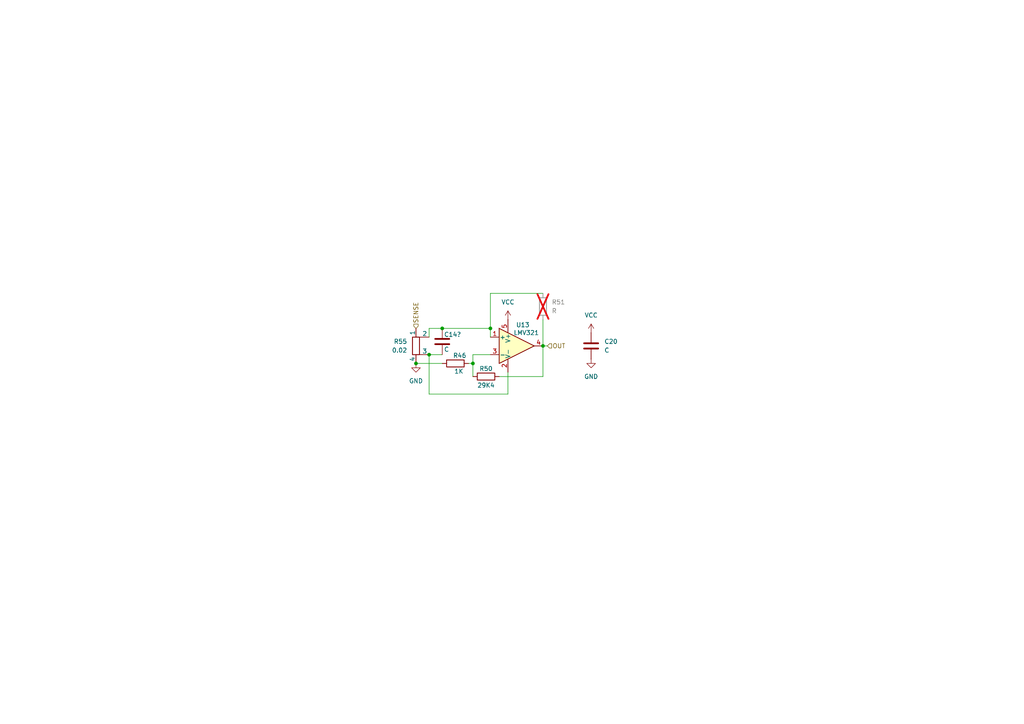
<source format=kicad_sch>
(kicad_sch (version 20250114) (generator "eeschema") (generator_version "9.0")
  (paper "A4")
  (lib_symbols
    (symbol "Amplifier_Operational:LMV321" (pin_names (offset 0.127))
      (property "Reference" "U" (at 0 5.08 0))
      (property "Value" "LMV321" (at 0 -5.08 0))
      (symbol "LMV321_0_1"
        (polyline (pts (xy -5.08 5.08) (xy 5.08 0) (xy -5.08 -5.08) (xy -5.08 5.08)) (stroke (width 0.254)) (fill (type background)))
        (pin power_in line (at -2.54 7.62 270) (length 3.81) (name "V+") (number "5"))
        (pin power_in line (at -2.54 -7.62 90) (length 3.81) (name "V-") (number "2"))
      )
      (symbol "LMV321_1_1"
        (pin input line (at -7.62 2.54 0) (length 2.54) (name "+") (number "1"))
        (pin input line (at -7.62 -2.54 0) (length 2.54) (name "-") (number "3"))
        (pin output line (at 7.62 0 180) (length 2.54) (name "~") (number "4"))
      )
    )
    (symbol "Device:C" (pin_numbers (hide yes)) (pin_names (offset 0.254))
      (property "Reference" "C" (at 0.635 2.54 0))
      (property "Value" "C" (at 0.635 -2.54 0))
      (symbol "C_0_1"
        (polyline (pts (xy -2.032 0.762) (xy 2.032 0.762)) (stroke (width 0.508)))
        (polyline (pts (xy -2.032 -0.762) (xy 2.032 -0.762)) (stroke (width 0.508)))
      )
      (symbol "C_1_1"
        (pin passive line (at 0 3.81 270) (length 2.794) (name "~") (number "1"))
        (pin passive line (at 0 -3.81 90) (length 2.794) (name "~") (number "2"))
      )
    )
    (symbol "Device:R" (pin_numbers (hide yes)) (pin_names (offset 0))
      (property "Reference" "R" (at 2.032 0 90))
      (property "Value" "R" (at 0 0 90))
      (symbol "R_0_1"
        (rectangle (start -1.016 -2.54) (end 1.016 2.54) (stroke (width 0.254)))
      )
      (symbol "R_1_1"
        (pin passive line (at 0 3.81 270) (length 1.27) (name "~") (number "1"))
        (pin passive line (at 0 -3.81 90) (length 1.27) (name "~") (number "2"))
      )
    )
    (symbol "Device:R_Shunt" (pin_numbers (hide yes)) (pin_names (offset 0))
      (property "Reference" "R" (at -4.445 0 90))
      (property "Value" "R_Shunt" (at -2.54 0 90))
      (symbol "R_Shunt_0_1"
        (rectangle (start -1.016 -2.54) (end 1.016 2.54) (stroke (width 0.254)))
        (polyline (pts (xy 0 -2.54) (xy 1.27 -2.54)))
        (polyline (pts (xy 1.27 2.54) (xy 0 2.54)))
      )
      (symbol "R_Shunt_1_1"
        (pin passive line (at 0 5.08 270) (length 2.54) (name "1") (number "1"))
        (pin passive line (at 0 -5.08 90) (length 2.54) (name "4") (number "4"))
        (pin passive line (at 3.81 2.54 180) (length 2.54) (name "2") (number "2"))
        (pin passive line (at 3.81 -2.54 180) (length 2.54) (name "3") (number "3"))
      )
    )
    (symbol "power:GND" (power) (pin_numbers (hide yes)) (pin_names (offset 0) (hide yes))
      (property "Value" "GND" (at 0 -3.81 0))
      (symbol "GND_0_1"
        (polyline (pts (xy 0 0) (xy 0 -1.27) (xy 1.27 -1.27) (xy 0 -2.54) (xy -1.27 -1.27) (xy 0 -1.27)))
      )
      (symbol "GND_1_1"
        (pin power_in line (at 0 0 270) (length 0) (name "~") (number "1"))
      )
    )
    (symbol "power:VCC" (power) (pin_numbers (hide yes)) (pin_names (offset 0) (hide yes))
      (property "Value" "VCC" (at 0 3.556 0))
      (symbol "VCC_0_1"
        (polyline (pts (xy -0.762 1.27) (xy 0 2.54)))
        (polyline (pts (xy 0 2.54) (xy 0.762 1.27)))
        (polyline (pts (xy 0 0) (xy 0 2.54)))
      )
      (symbol "VCC_1_1"
        (pin power_in line (at 0 0 90) (length 0) (name "~") (number "1"))
      )
    )
  )
  (junction (at 142.24 95.25))
  (junction (at 124.46 102.87))
  (junction (at 157.48 100.33))
  (junction (at 128.27 95.25))
  (junction (at 137.16 105.41))
  (junction (at 120.65 105.41))
  (wire (pts (xy 158.75 100.33) (xy 157.48 100.33)))
  (wire (pts (xy 124.46 95.25) (xy 124.46 97.79)))
  (wire (pts (xy 157.48 85.09) (xy 142.24 85.09)))
  (wire (pts (xy 137.16 102.87) (xy 137.16 105.41)))
  (wire (pts (xy 157.48 109.22) (xy 144.78 109.22)))
  (wire (pts (xy 135.89 105.41) (xy 137.16 105.41)))
  (wire (pts (xy 142.24 85.09) (xy 142.24 95.25)))
  (wire (pts (xy 124.46 114.3) (xy 147.32 114.3)))
  (wire (pts (xy 128.27 95.25) (xy 142.24 95.25)))
  (wire (pts (xy 157.48 100.33) (xy 157.48 109.22)))
  (wire (pts (xy 147.32 114.3) (xy 147.32 107.95)))
  (wire (pts (xy 137.16 102.87) (xy 142.24 102.87)))
  (wire (pts (xy 142.24 95.25) (xy 142.24 97.79)))
  (wire (pts (xy 137.16 105.41) (xy 137.16 109.22)))
  (wire (pts (xy 124.46 95.25) (xy 128.27 95.25)))
  (wire (pts (xy 120.65 105.41) (xy 128.27 105.41)))
  (wire (pts (xy 124.46 114.3) (xy 124.46 102.87)))
  (wire (pts (xy 157.48 92.71) (xy 157.48 100.33)))
  (wire (pts (xy 124.46 102.87) (xy 128.27 102.87)))
  (hierarchical_label "SENSE" (shape input) (at 120.65 95.25 90))
  (hierarchical_label "OUT" (shape input) (at 158.75 100.33 0))
  (symbol (lib_id "power:VCC") (at 171.45 96.52 0) (unit 1)
    (property "Reference" "#PWR0165" (effects (hide yes)))
    (property "Value" "VCC" (at 171.45 91.44 0))
    (property "Description" "Power symbol creates a global label with name \"VCC\"" (effects (hide yes)))
    (instances (project "pcb" (path "" (reference "#PWR08") (unit 1)) (path "" (reference "#PWR0141") (unit 1)) (path "" (reference "#PWR0165") (unit 1))))
  )
  (symbol (lib_id "Device:R_Shunt") (at 120.65 100.33 0) (unit 1)
    (property "Reference" "R56" (at 118.11 99.0599 0) (effects (justify right)))
    (property "Value" "0.02" (at 118.11 101.5999 0) (effects (justify right)))
    (property "Footprint" "Resistor_SMD:R_Shunt_Vishay_WSK2512_6332Metric_T1.19mm" (effects (hide yes)))
    (property "Description" "Shunt resistor" (effects (hide yes)))
    (instances (project "pcb" (path "" (reference "R55") (unit 1)) (path "" (reference "R54") (unit 1)) (path "" (reference "R56") (unit 1))))
  )
  (symbol (lib_id "power:VCC") (at 147.32 92.71 0) (unit 1)
    (property "Reference" "#PWR0164" (effects (hide yes)))
    (property "Value" "VCC" (at 147.32 87.63 0))
    (property "Description" "Power symbol creates a global label with name \"VCC\"" (effects (hide yes)))
    (instances (project "pcb" (path "" (reference "#PWR04") (unit 1)) (path "" (reference "#PWR0140") (unit 1)) (path "" (reference "#PWR0164") (unit 1))))
  )
  (symbol (lib_id "Device:R") (at 132.08 105.41 90) (unit 1)
    (property "Reference" "R47" (at 133.35 103.124 90))
    (property "Value" "1K" (at 133.096 107.696 90))
    (property "Footprint" "Resistor_SMD:R_0603_1608Metric" (effects (hide yes)))
    (property "Description" "Resistor" (effects (hide yes)))
    (instances (project "pcb" (path "" (reference "R46") (unit 1)) (path "" (reference "R45") (unit 1)) (path "" (reference "R47") (unit 1))))
  )
  (symbol (lib_id "Amplifier_Operational:LMV321") (at 149.86 100.33 0) (unit 1)
    (property "Reference" "U14" (at 151.638 94.234 0))
    (property "Value" "LMV321" (at 152.654 96.52 0))
    (property "Footprint" "Package_TO_SOT_SMD:SOT-23-5" (effects (hide yes)))
    (property "Datasheet" "http://www.ti.com/lit/ds/symlink/lmv324.pdf" (effects (hide yes)))
    (property "Description" "Low-Voltage Rail-to-Rail Output Operational Amplifiers, SOT-23-5/SC-70-5" (effects (hide yes)))
    (instances (project "pcb" (path "" (reference "U13") (unit 1)) (path "" (reference "U12") (unit 1)) (path "" (reference "U14") (unit 1))))
  )
  (symbol (lib_id "Device:C") (at 128.27 99.06 0) (unit 1)
    (property "Reference" "C15" (at 128.778 97.028 0) (effects (justify left)))
    (property "Value" "C" (at 128.778 101.346 0) (effects (justify left)))
    (property "Description" "Unpolarized capacitor" (effects (hide yes)))
    (instances (project "pcb" (path "" (reference "C14?") (unit 1)) (path "" (reference "C13") (unit 1)) (path "" (reference "C15") (unit 1))))
  )
  (symbol (lib_id "power:GND") (at 120.65 105.41 0) (unit 1)
    (property "Reference" "#PWR0163" (effects (hide yes)))
    (property "Value" "GND" (at 120.65 110.49 0))
    (property "Description" "Power symbol creates a global label with name \"GND\" , ground" (effects (hide yes)))
    (instances (project "pcb" (path "" (reference "#PWR03") (unit 1)) (path "" (reference "#PWR0139") (unit 1)) (path "" (reference "#PWR0163") (unit 1))))
  )
  (symbol (lib_id "Device:R") (at 140.97 109.22 90) (unit 1)
    (property "Reference" "R52" (at 140.97 106.934 90))
    (property "Value" "29K4" (at 140.97 111.76 90))
    (property "Footprint" "Resistor_SMD:R_0603_1608Metric" (effects (hide yes)))
    (property "Description" "Resistor" (effects (hide yes)))
    (instances (project "pcb" (path "" (reference "R50") (unit 1)) (path "" (reference "R48") (unit 1)) (path "" (reference "R52") (unit 1))))
  )
  (symbol (lib_id "Device:C") (at 171.45 100.33 0) (unit 1)
    (property "Reference" "C21" (at 175.26 99.0599 0) (effects (justify left)))
    (property "Value" "C" (at 175.26 101.5999 0) (effects (justify left)))
    (property "Description" "Unpolarized capacitor" (effects (hide yes)))
    (instances (project "pcb" (path "" (reference "C20") (unit 1)) (path "" (reference "C19") (unit 1)) (path "" (reference "C21") (unit 1))))
  )
  (symbol (lib_id "power:GND") (at 171.45 104.14 0) (unit 1)
    (property "Reference" "#PWR0166" (effects (hide yes)))
    (property "Value" "GND" (at 171.45 109.22 0))
    (property "Description" "Power symbol creates a global label with name \"GND\" , ground" (effects (hide yes)))
    (instances (project "pcb" (path "" (reference "#PWR010") (unit 1)) (path "" (reference "#PWR0142") (unit 1)) (path "" (reference "#PWR0166") (unit 1))))
  )
  (symbol (lib_id "Device:R") (at 157.48 88.9 180) (unit 1) (dnp yes)
    (property "Reference" "R53?" (at 160.02 87.6299 0) (effects (justify right)))
    (property "Value" "R" (at 160.02 90.1699 0) (effects (justify right)))
    (property "Footprint" "Resistor_SMD:R_0603_1608Metric" (effects (hide yes)))
    (property "Description" "Resistor" (effects (hide yes)))
    (instances (project "pcb" (path "" (reference "R51") (unit 1)) (path "" (reference "R49") (unit 1)) (path "" (reference "R53?") (unit 1))))
  )
)
</source>
